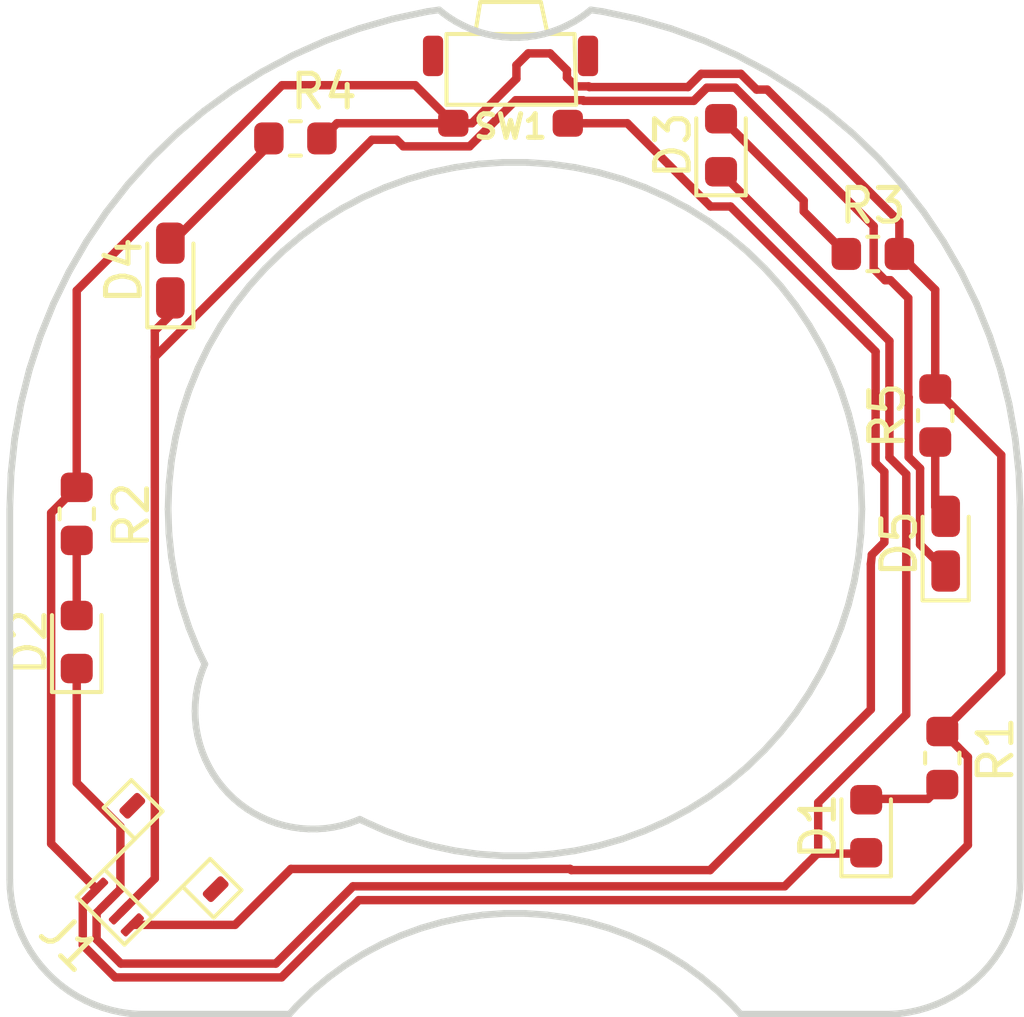
<source format=kicad_pcb>
(kicad_pcb (version 20171130) (host pcbnew 5.1.0-rc1-d1c9330~73~ubuntu16.04.1)

  (general
    (thickness 1.6)
    (drawings 253)
    (tracks 122)
    (zones 0)
    (modules 12)
    (nets 10)
  )

  (page A4)
  (layers
    (0 F.Cu signal)
    (31 B.Cu signal)
    (32 B.Adhes user)
    (33 F.Adhes user)
    (34 B.Paste user)
    (35 F.Paste user)
    (36 B.SilkS user)
    (37 F.SilkS user)
    (38 B.Mask user)
    (39 F.Mask user)
    (40 Dwgs.User user)
    (41 Cmts.User user)
    (42 Eco1.User user)
    (43 Eco2.User user)
    (44 Edge.Cuts user)
    (45 Margin user)
    (46 B.CrtYd user)
    (47 F.CrtYd user)
    (48 B.Fab user)
    (49 F.Fab user)
  )

  (setup
    (last_trace_width 0.25)
    (user_trace_width 0.16)
    (trace_clearance 0.16)
    (zone_clearance 0.508)
    (zone_45_only no)
    (trace_min 0.16)
    (via_size 0.8)
    (via_drill 0.4)
    (via_min_size 0.4)
    (via_min_drill 0.3)
    (uvia_size 0.3)
    (uvia_drill 0.1)
    (uvias_allowed no)
    (uvia_min_size 0.2)
    (uvia_min_drill 0.1)
    (edge_width 0.05)
    (segment_width 0.2)
    (pcb_text_width 0.3)
    (pcb_text_size 1.5 1.5)
    (mod_edge_width 0.12)
    (mod_text_size 1 1)
    (mod_text_width 0.15)
    (pad_size 1.524 1.524)
    (pad_drill 0.762)
    (pad_to_mask_clearance 0.051)
    (solder_mask_min_width 0.25)
    (aux_axis_origin 0 0)
    (visible_elements FFFDFF7F)
    (pcbplotparams
      (layerselection 0x010f8_ffffffff)
      (usegerberextensions true)
      (usegerberattributes false)
      (usegerberadvancedattributes false)
      (creategerberjobfile false)
      (excludeedgelayer true)
      (linewidth 0.100000)
      (plotframeref false)
      (viasonmask false)
      (mode 1)
      (useauxorigin false)
      (hpglpennumber 1)
      (hpglpenspeed 20)
      (hpglpendiameter 15.000000)
      (psnegative false)
      (psa4output false)
      (plotreference true)
      (plotvalue false)
      (plotinvisibletext false)
      (padsonsilk false)
      (subtractmaskfromsilk true)
      (outputformat 1)
      (mirror false)
      (drillshape 0)
      (scaleselection 1)
      (outputdirectory "lightboard-gerber/"))
  )

  (net 0 "")
  (net 1 "Net-(D1-Pad2)")
  (net 2 "Net-(D1-Pad1)")
  (net 3 "Net-(D2-Pad2)")
  (net 4 "Net-(D3-Pad2)")
  (net 5 "Net-(D4-Pad2)")
  (net 6 "Net-(D4-Pad1)")
  (net 7 "Net-(D5-Pad2)")
  (net 8 "Net-(J1-Pad4)")
  (net 9 "Net-(J1-Pad1)")

  (net_class Default "This is the default net class."
    (clearance 0.16)
    (trace_width 0.25)
    (via_dia 0.8)
    (via_drill 0.4)
    (uvia_dia 0.3)
    (uvia_drill 0.1)
    (add_net "Net-(D1-Pad1)")
    (add_net "Net-(D1-Pad2)")
    (add_net "Net-(D2-Pad2)")
    (add_net "Net-(D3-Pad2)")
    (add_net "Net-(D4-Pad1)")
    (add_net "Net-(D4-Pad2)")
    (add_net "Net-(D5-Pad2)")
    (add_net "Net-(J1-Pad1)")
    (add_net "Net-(J1-Pad4)")
  )

  (module LED_SMD:LED_0603_1608Metric_Castellated (layer F.Cu) (tedit 5B301BBE) (tstamp 5C66295B)
    (at 169.78 96.4825 90)
    (descr "LED SMD 0603 (1608 Metric), castellated end terminal, IPC_7351 nominal, (Body size source: http://www.tortai-tech.com/upload/download/2011102023233369053.pdf), generated with kicad-footprint-generator")
    (tags "LED castellated")
    (path /5C7130A1)
    (attr smd)
    (fp_text reference D5 (at 0 -1.38 90) (layer F.SilkS)
      (effects (font (size 1 1) (thickness 0.15)))
    )
    (fp_text value LED_ALT (at 0 1.38 90) (layer F.Fab)
      (effects (font (size 1 1) (thickness 0.15)))
    )
    (fp_text user %R (at 0 0 90) (layer F.Fab)
      (effects (font (size 0.4 0.4) (thickness 0.06)))
    )
    (fp_line (start 1.68 0.68) (end -1.68 0.68) (layer F.CrtYd) (width 0.05))
    (fp_line (start 1.68 -0.68) (end 1.68 0.68) (layer F.CrtYd) (width 0.05))
    (fp_line (start -1.68 -0.68) (end 1.68 -0.68) (layer F.CrtYd) (width 0.05))
    (fp_line (start -1.68 0.68) (end -1.68 -0.68) (layer F.CrtYd) (width 0.05))
    (fp_line (start -1.685 0.685) (end 0.8 0.685) (layer F.SilkS) (width 0.12))
    (fp_line (start -1.685 -0.685) (end -1.685 0.685) (layer F.SilkS) (width 0.12))
    (fp_line (start 0.8 -0.685) (end -1.685 -0.685) (layer F.SilkS) (width 0.12))
    (fp_line (start 0.8 0.4) (end 0.8 -0.4) (layer F.Fab) (width 0.1))
    (fp_line (start -0.8 0.4) (end 0.8 0.4) (layer F.Fab) (width 0.1))
    (fp_line (start -0.8 -0.1) (end -0.8 0.4) (layer F.Fab) (width 0.1))
    (fp_line (start -0.5 -0.4) (end -0.8 -0.1) (layer F.Fab) (width 0.1))
    (fp_line (start 0.8 -0.4) (end -0.5 -0.4) (layer F.Fab) (width 0.1))
    (pad 2 smd roundrect (at 0.8125 0 90) (size 1.225 0.85) (layers F.Cu F.Paste F.Mask) (roundrect_rratio 0.25)
      (net 7 "Net-(D5-Pad2)"))
    (pad 1 smd roundrect (at -0.8125 0 90) (size 1.225 0.85) (layers F.Cu F.Paste F.Mask) (roundrect_rratio 0.25)
      (net 6 "Net-(D4-Pad1)"))
    (model ${KISYS3DMOD}/LED_SMD.3dshapes/LED_0603_1608Metric_Castellated.wrl
      (at (xyz 0 0 0))
      (scale (xyz 1 1 1))
      (rotate (xyz 0 0 0))
    )
  )

  (module LED_SMD:LED_0603_1608Metric_Castellated (layer F.Cu) (tedit 5B301BBE) (tstamp 5C66365C)
    (at 146.76 88.3725 90)
    (descr "LED SMD 0603 (1608 Metric), castellated end terminal, IPC_7351 nominal, (Body size source: http://www.tortai-tech.com/upload/download/2011102023233369053.pdf), generated with kicad-footprint-generator")
    (tags "LED castellated")
    (path /5C712E6D)
    (attr smd)
    (fp_text reference D4 (at 0 -1.38 90) (layer F.SilkS)
      (effects (font (size 1 1) (thickness 0.15)))
    )
    (fp_text value LED_ALT (at 0 1.38 90) (layer F.Fab)
      (effects (font (size 1 1) (thickness 0.15)))
    )
    (fp_text user %R (at 0 0 90) (layer F.Fab)
      (effects (font (size 0.4 0.4) (thickness 0.06)))
    )
    (fp_line (start 1.68 0.68) (end -1.68 0.68) (layer F.CrtYd) (width 0.05))
    (fp_line (start 1.68 -0.68) (end 1.68 0.68) (layer F.CrtYd) (width 0.05))
    (fp_line (start -1.68 -0.68) (end 1.68 -0.68) (layer F.CrtYd) (width 0.05))
    (fp_line (start -1.68 0.68) (end -1.68 -0.68) (layer F.CrtYd) (width 0.05))
    (fp_line (start -1.685 0.685) (end 0.8 0.685) (layer F.SilkS) (width 0.12))
    (fp_line (start -1.685 -0.685) (end -1.685 0.685) (layer F.SilkS) (width 0.12))
    (fp_line (start 0.8 -0.685) (end -1.685 -0.685) (layer F.SilkS) (width 0.12))
    (fp_line (start 0.8 0.4) (end 0.8 -0.4) (layer F.Fab) (width 0.1))
    (fp_line (start -0.8 0.4) (end 0.8 0.4) (layer F.Fab) (width 0.1))
    (fp_line (start -0.8 -0.1) (end -0.8 0.4) (layer F.Fab) (width 0.1))
    (fp_line (start -0.5 -0.4) (end -0.8 -0.1) (layer F.Fab) (width 0.1))
    (fp_line (start 0.8 -0.4) (end -0.5 -0.4) (layer F.Fab) (width 0.1))
    (pad 2 smd roundrect (at 0.8125 0 90) (size 1.225 0.85) (layers F.Cu F.Paste F.Mask) (roundrect_rratio 0.25)
      (net 5 "Net-(D4-Pad2)"))
    (pad 1 smd roundrect (at -0.8125 0 90) (size 1.225 0.85) (layers F.Cu F.Paste F.Mask) (roundrect_rratio 0.25)
      (net 6 "Net-(D4-Pad1)"))
    (model ${KISYS3DMOD}/LED_SMD.3dshapes/LED_0603_1608Metric_Castellated.wrl
      (at (xyz 0 0 0))
      (scale (xyz 1 1 1))
      (rotate (xyz 0 0 0))
    )
  )

  (module LED_SMD:LED_0603_1608Metric (layer F.Cu) (tedit 5B301BBE) (tstamp 5C663963)
    (at 163.11 84.6525 90)
    (descr "LED SMD 0603 (1608 Metric), square (rectangular) end terminal, IPC_7351 nominal, (Body size source: http://www.tortai-tech.com/upload/download/2011102023233369053.pdf), generated with kicad-footprint-generator")
    (tags diode)
    (path /5C712AC9)
    (attr smd)
    (fp_text reference D3 (at 0 -1.43 90) (layer F.SilkS)
      (effects (font (size 1 1) (thickness 0.15)))
    )
    (fp_text value LED (at 0 1.43 90) (layer F.Fab)
      (effects (font (size 1 1) (thickness 0.15)))
    )
    (fp_text user %R (at 0 0 90) (layer F.Fab)
      (effects (font (size 0.4 0.4) (thickness 0.06)))
    )
    (fp_line (start 1.48 0.73) (end -1.48 0.73) (layer F.CrtYd) (width 0.05))
    (fp_line (start 1.48 -0.73) (end 1.48 0.73) (layer F.CrtYd) (width 0.05))
    (fp_line (start -1.48 -0.73) (end 1.48 -0.73) (layer F.CrtYd) (width 0.05))
    (fp_line (start -1.48 0.73) (end -1.48 -0.73) (layer F.CrtYd) (width 0.05))
    (fp_line (start -1.485 0.735) (end 0.8 0.735) (layer F.SilkS) (width 0.12))
    (fp_line (start -1.485 -0.735) (end -1.485 0.735) (layer F.SilkS) (width 0.12))
    (fp_line (start 0.8 -0.735) (end -1.485 -0.735) (layer F.SilkS) (width 0.12))
    (fp_line (start 0.8 0.4) (end 0.8 -0.4) (layer F.Fab) (width 0.1))
    (fp_line (start -0.8 0.4) (end 0.8 0.4) (layer F.Fab) (width 0.1))
    (fp_line (start -0.8 -0.1) (end -0.8 0.4) (layer F.Fab) (width 0.1))
    (fp_line (start -0.5 -0.4) (end -0.8 -0.1) (layer F.Fab) (width 0.1))
    (fp_line (start 0.8 -0.4) (end -0.5 -0.4) (layer F.Fab) (width 0.1))
    (pad 2 smd roundrect (at 0.7875 0 90) (size 0.875 0.95) (layers F.Cu F.Paste F.Mask) (roundrect_rratio 0.25)
      (net 4 "Net-(D3-Pad2)"))
    (pad 1 smd roundrect (at -0.7875 0 90) (size 0.875 0.95) (layers F.Cu F.Paste F.Mask) (roundrect_rratio 0.25)
      (net 2 "Net-(D1-Pad1)"))
    (model ${KISYS3DMOD}/LED_SMD.3dshapes/LED_0603_1608Metric.wrl
      (at (xyz 0 0 0))
      (scale (xyz 1 1 1))
      (rotate (xyz 0 0 0))
    )
  )

  (module LED_SMD:LED_0603_1608Metric (layer F.Cu) (tedit 5B301BBE) (tstamp 5C662E5B)
    (at 143.98 99.4025 90)
    (descr "LED SMD 0603 (1608 Metric), square (rectangular) end terminal, IPC_7351 nominal, (Body size source: http://www.tortai-tech.com/upload/download/2011102023233369053.pdf), generated with kicad-footprint-generator")
    (tags diode)
    (path /5C71260D)
    (attr smd)
    (fp_text reference D2 (at 0 -1.43 90) (layer F.SilkS)
      (effects (font (size 1 1) (thickness 0.15)))
    )
    (fp_text value LED (at 0 1.43 90) (layer F.Fab)
      (effects (font (size 1 1) (thickness 0.15)))
    )
    (fp_text user %R (at 0 0 90) (layer F.Fab)
      (effects (font (size 0.4 0.4) (thickness 0.06)))
    )
    (fp_line (start 1.48 0.73) (end -1.48 0.73) (layer F.CrtYd) (width 0.05))
    (fp_line (start 1.48 -0.73) (end 1.48 0.73) (layer F.CrtYd) (width 0.05))
    (fp_line (start -1.48 -0.73) (end 1.48 -0.73) (layer F.CrtYd) (width 0.05))
    (fp_line (start -1.48 0.73) (end -1.48 -0.73) (layer F.CrtYd) (width 0.05))
    (fp_line (start -1.485 0.735) (end 0.8 0.735) (layer F.SilkS) (width 0.12))
    (fp_line (start -1.485 -0.735) (end -1.485 0.735) (layer F.SilkS) (width 0.12))
    (fp_line (start 0.8 -0.735) (end -1.485 -0.735) (layer F.SilkS) (width 0.12))
    (fp_line (start 0.8 0.4) (end 0.8 -0.4) (layer F.Fab) (width 0.1))
    (fp_line (start -0.8 0.4) (end 0.8 0.4) (layer F.Fab) (width 0.1))
    (fp_line (start -0.8 -0.1) (end -0.8 0.4) (layer F.Fab) (width 0.1))
    (fp_line (start -0.5 -0.4) (end -0.8 -0.1) (layer F.Fab) (width 0.1))
    (fp_line (start 0.8 -0.4) (end -0.5 -0.4) (layer F.Fab) (width 0.1))
    (pad 2 smd roundrect (at 0.7875 0 90) (size 0.875 0.95) (layers F.Cu F.Paste F.Mask) (roundrect_rratio 0.25)
      (net 3 "Net-(D2-Pad2)"))
    (pad 1 smd roundrect (at -0.7875 0 90) (size 0.875 0.95) (layers F.Cu F.Paste F.Mask) (roundrect_rratio 0.25)
      (net 2 "Net-(D1-Pad1)"))
    (model ${KISYS3DMOD}/LED_SMD.3dshapes/LED_0603_1608Metric.wrl
      (at (xyz 0 0 0))
      (scale (xyz 1 1 1))
      (rotate (xyz 0 0 0))
    )
  )

  (module LED_SMD:LED_0603_1608Metric (layer F.Cu) (tedit 5B301BBE) (tstamp 5C662DBF)
    (at 167.42 104.8725 90)
    (descr "LED SMD 0603 (1608 Metric), square (rectangular) end terminal, IPC_7351 nominal, (Body size source: http://www.tortai-tech.com/upload/download/2011102023233369053.pdf), generated with kicad-footprint-generator")
    (tags diode)
    (path /5C712069)
    (attr smd)
    (fp_text reference D1 (at 0 -1.43 90) (layer F.SilkS)
      (effects (font (size 1 1) (thickness 0.15)))
    )
    (fp_text value LED (at 0 1.43 90) (layer F.Fab)
      (effects (font (size 1 1) (thickness 0.15)))
    )
    (fp_text user %R (at 0 0 90) (layer F.Fab)
      (effects (font (size 0.4 0.4) (thickness 0.06)))
    )
    (fp_line (start 1.48 0.73) (end -1.48 0.73) (layer F.CrtYd) (width 0.05))
    (fp_line (start 1.48 -0.73) (end 1.48 0.73) (layer F.CrtYd) (width 0.05))
    (fp_line (start -1.48 -0.73) (end 1.48 -0.73) (layer F.CrtYd) (width 0.05))
    (fp_line (start -1.48 0.73) (end -1.48 -0.73) (layer F.CrtYd) (width 0.05))
    (fp_line (start -1.485 0.735) (end 0.8 0.735) (layer F.SilkS) (width 0.12))
    (fp_line (start -1.485 -0.735) (end -1.485 0.735) (layer F.SilkS) (width 0.12))
    (fp_line (start 0.8 -0.735) (end -1.485 -0.735) (layer F.SilkS) (width 0.12))
    (fp_line (start 0.8 0.4) (end 0.8 -0.4) (layer F.Fab) (width 0.1))
    (fp_line (start -0.8 0.4) (end 0.8 0.4) (layer F.Fab) (width 0.1))
    (fp_line (start -0.8 -0.1) (end -0.8 0.4) (layer F.Fab) (width 0.1))
    (fp_line (start -0.5 -0.4) (end -0.8 -0.1) (layer F.Fab) (width 0.1))
    (fp_line (start 0.8 -0.4) (end -0.5 -0.4) (layer F.Fab) (width 0.1))
    (pad 2 smd roundrect (at 0.7875 0 90) (size 0.875 0.95) (layers F.Cu F.Paste F.Mask) (roundrect_rratio 0.25)
      (net 1 "Net-(D1-Pad2)"))
    (pad 1 smd roundrect (at -0.7875 0 90) (size 0.875 0.95) (layers F.Cu F.Paste F.Mask) (roundrect_rratio 0.25)
      (net 2 "Net-(D1-Pad1)"))
    (model ${KISYS3DMOD}/LED_SMD.3dshapes/LED_0603_1608Metric.wrl
      (at (xyz 0 0 0))
      (scale (xyz 1 1 1))
      (rotate (xyz 0 0 0))
    )
  )

  (module corelib:1TS003B-1600-3500A (layer F.Cu) (tedit 5C65DD95) (tstamp 5C6629DC)
    (at 156.86 82.6)
    (path /5C7149ED)
    (fp_text reference SW1 (at 0 1.5) (layer F.SilkS)
      (effects (font (size 0.7 0.7) (thickness 0.15)))
    )
    (fp_text value SW_Push (at 0.2 3.8) (layer F.Fab) hide
      (effects (font (size 1 1) (thickness 0.15)))
    )
    (fp_line (start -0.9 -2.2) (end -1.05 -1.25) (layer F.SilkS) (width 0.12))
    (fp_line (start 0 -2.2) (end -0.9 -2.2) (layer F.SilkS) (width 0.12))
    (fp_line (start 0.9 -2.2) (end 1.1 -1.25) (layer F.SilkS) (width 0.12))
    (fp_line (start 0 -2.2) (end 0.9 -2.2) (layer F.SilkS) (width 0.12))
    (fp_line (start 1.95 0.85) (end -1.9 0.85) (layer F.SilkS) (width 0.12))
    (fp_line (start 1.9 -1.25) (end 1.95 0.85) (layer F.SilkS) (width 0.12))
    (fp_line (start -1.9 -1.25) (end 1.9 -1.25) (layer F.SilkS) (width 0.12))
    (fp_line (start -1.9 0.85) (end -1.9 -1.25) (layer F.SilkS) (width 0.12))
    (pad 2 smd roundrect (at 1.7 1.4) (size 0.9 0.8) (layers F.Cu F.Paste F.Mask) (roundrect_rratio 0.25)
      (net 9 "Net-(J1-Pad1)"))
    (pad 1 smd roundrect (at -1.7 1.4) (size 0.9 0.8) (layers F.Cu F.Paste F.Mask) (roundrect_rratio 0.25)
      (net 8 "Net-(J1-Pad4)"))
    (pad "" smd roundrect (at 2.3 -0.6) (size 0.6 1.2) (layers F.Cu F.Paste F.Mask) (roundrect_rratio 0.25))
    (pad "" smd roundrect (at -2.3 -0.6) (size 0.6 1.2) (layers F.Cu F.Paste F.Mask) (roundrect_rratio 0.25))
    (pad "" np_thru_hole circle (at 0.85 0) (size 0.7 0.7) (drill 0.7) (layers *.Cu *.Mask))
    (pad "" np_thru_hole circle (at -0.85 0) (size 0.7 0.7) (drill 0.7) (layers *.Cu *.Mask))
  )

  (module Resistor_SMD:R_0603_1608Metric (layer F.Cu) (tedit 5B301BBD) (tstamp 5C6629CA)
    (at 169.47 92.6775 90)
    (descr "Resistor SMD 0603 (1608 Metric), square (rectangular) end terminal, IPC_7351 nominal, (Body size source: http://www.tortai-tech.com/upload/download/2011102023233369053.pdf), generated with kicad-footprint-generator")
    (tags resistor)
    (path /5C713D89)
    (attr smd)
    (fp_text reference R5 (at 0 -1.43 90) (layer F.SilkS)
      (effects (font (size 1 1) (thickness 0.15)))
    )
    (fp_text value 180R (at 0 1.43 90) (layer F.Fab)
      (effects (font (size 1 1) (thickness 0.15)))
    )
    (fp_text user %R (at 0 0 90) (layer F.Fab)
      (effects (font (size 0.4 0.4) (thickness 0.06)))
    )
    (fp_line (start 1.48 0.73) (end -1.48 0.73) (layer F.CrtYd) (width 0.05))
    (fp_line (start 1.48 -0.73) (end 1.48 0.73) (layer F.CrtYd) (width 0.05))
    (fp_line (start -1.48 -0.73) (end 1.48 -0.73) (layer F.CrtYd) (width 0.05))
    (fp_line (start -1.48 0.73) (end -1.48 -0.73) (layer F.CrtYd) (width 0.05))
    (fp_line (start -0.162779 0.51) (end 0.162779 0.51) (layer F.SilkS) (width 0.12))
    (fp_line (start -0.162779 -0.51) (end 0.162779 -0.51) (layer F.SilkS) (width 0.12))
    (fp_line (start 0.8 0.4) (end -0.8 0.4) (layer F.Fab) (width 0.1))
    (fp_line (start 0.8 -0.4) (end 0.8 0.4) (layer F.Fab) (width 0.1))
    (fp_line (start -0.8 -0.4) (end 0.8 -0.4) (layer F.Fab) (width 0.1))
    (fp_line (start -0.8 0.4) (end -0.8 -0.4) (layer F.Fab) (width 0.1))
    (pad 2 smd roundrect (at 0.7875 0 90) (size 0.875 0.95) (layers F.Cu F.Paste F.Mask) (roundrect_rratio 0.25)
      (net 8 "Net-(J1-Pad4)"))
    (pad 1 smd roundrect (at -0.7875 0 90) (size 0.875 0.95) (layers F.Cu F.Paste F.Mask) (roundrect_rratio 0.25)
      (net 7 "Net-(D5-Pad2)"))
    (model ${KISYS3DMOD}/Resistor_SMD.3dshapes/R_0603_1608Metric.wrl
      (at (xyz 0 0 0))
      (scale (xyz 1 1 1))
      (rotate (xyz 0 0 0))
    )
  )

  (module Resistor_SMD:R_0603_1608Metric (layer F.Cu) (tedit 5B301BBD) (tstamp 5C6629B9)
    (at 150.4725 84.45)
    (descr "Resistor SMD 0603 (1608 Metric), square (rectangular) end terminal, IPC_7351 nominal, (Body size source: http://www.tortai-tech.com/upload/download/2011102023233369053.pdf), generated with kicad-footprint-generator")
    (tags resistor)
    (path /5C713B5B)
    (attr smd)
    (fp_text reference R4 (at 0.8475 -1.39) (layer F.SilkS)
      (effects (font (size 1 1) (thickness 0.15)))
    )
    (fp_text value 180R (at 0 1.43) (layer F.Fab)
      (effects (font (size 1 1) (thickness 0.15)))
    )
    (fp_text user %R (at 0 0) (layer F.Fab)
      (effects (font (size 0.4 0.4) (thickness 0.06)))
    )
    (fp_line (start 1.48 0.73) (end -1.48 0.73) (layer F.CrtYd) (width 0.05))
    (fp_line (start 1.48 -0.73) (end 1.48 0.73) (layer F.CrtYd) (width 0.05))
    (fp_line (start -1.48 -0.73) (end 1.48 -0.73) (layer F.CrtYd) (width 0.05))
    (fp_line (start -1.48 0.73) (end -1.48 -0.73) (layer F.CrtYd) (width 0.05))
    (fp_line (start -0.162779 0.51) (end 0.162779 0.51) (layer F.SilkS) (width 0.12))
    (fp_line (start -0.162779 -0.51) (end 0.162779 -0.51) (layer F.SilkS) (width 0.12))
    (fp_line (start 0.8 0.4) (end -0.8 0.4) (layer F.Fab) (width 0.1))
    (fp_line (start 0.8 -0.4) (end 0.8 0.4) (layer F.Fab) (width 0.1))
    (fp_line (start -0.8 -0.4) (end 0.8 -0.4) (layer F.Fab) (width 0.1))
    (fp_line (start -0.8 0.4) (end -0.8 -0.4) (layer F.Fab) (width 0.1))
    (pad 2 smd roundrect (at 0.7875 0) (size 0.875 0.95) (layers F.Cu F.Paste F.Mask) (roundrect_rratio 0.25)
      (net 8 "Net-(J1-Pad4)"))
    (pad 1 smd roundrect (at -0.7875 0) (size 0.875 0.95) (layers F.Cu F.Paste F.Mask) (roundrect_rratio 0.25)
      (net 5 "Net-(D4-Pad2)"))
    (model ${KISYS3DMOD}/Resistor_SMD.3dshapes/R_0603_1608Metric.wrl
      (at (xyz 0 0 0))
      (scale (xyz 1 1 1))
      (rotate (xyz 0 0 0))
    )
  )

  (module Resistor_SMD:R_0603_1608Metric (layer F.Cu) (tedit 5B301BBD) (tstamp 5C662FB9)
    (at 167.6175 87.88)
    (descr "Resistor SMD 0603 (1608 Metric), square (rectangular) end terminal, IPC_7351 nominal, (Body size source: http://www.tortai-tech.com/upload/download/2011102023233369053.pdf), generated with kicad-footprint-generator")
    (tags resistor)
    (path /5C713911)
    (attr smd)
    (fp_text reference R3 (at 0 -1.43) (layer F.SilkS)
      (effects (font (size 1 1) (thickness 0.15)))
    )
    (fp_text value 180R (at 0 1.43) (layer F.Fab)
      (effects (font (size 1 1) (thickness 0.15)))
    )
    (fp_text user %R (at 0 0) (layer F.Fab)
      (effects (font (size 0.4 0.4) (thickness 0.06)))
    )
    (fp_line (start 1.48 0.73) (end -1.48 0.73) (layer F.CrtYd) (width 0.05))
    (fp_line (start 1.48 -0.73) (end 1.48 0.73) (layer F.CrtYd) (width 0.05))
    (fp_line (start -1.48 -0.73) (end 1.48 -0.73) (layer F.CrtYd) (width 0.05))
    (fp_line (start -1.48 0.73) (end -1.48 -0.73) (layer F.CrtYd) (width 0.05))
    (fp_line (start -0.162779 0.51) (end 0.162779 0.51) (layer F.SilkS) (width 0.12))
    (fp_line (start -0.162779 -0.51) (end 0.162779 -0.51) (layer F.SilkS) (width 0.12))
    (fp_line (start 0.8 0.4) (end -0.8 0.4) (layer F.Fab) (width 0.1))
    (fp_line (start 0.8 -0.4) (end 0.8 0.4) (layer F.Fab) (width 0.1))
    (fp_line (start -0.8 -0.4) (end 0.8 -0.4) (layer F.Fab) (width 0.1))
    (fp_line (start -0.8 0.4) (end -0.8 -0.4) (layer F.Fab) (width 0.1))
    (pad 2 smd roundrect (at 0.7875 0) (size 0.875 0.95) (layers F.Cu F.Paste F.Mask) (roundrect_rratio 0.25)
      (net 8 "Net-(J1-Pad4)"))
    (pad 1 smd roundrect (at -0.7875 0) (size 0.875 0.95) (layers F.Cu F.Paste F.Mask) (roundrect_rratio 0.25)
      (net 4 "Net-(D3-Pad2)"))
    (model ${KISYS3DMOD}/Resistor_SMD.3dshapes/R_0603_1608Metric.wrl
      (at (xyz 0 0 0))
      (scale (xyz 1 1 1))
      (rotate (xyz 0 0 0))
    )
  )

  (module Resistor_SMD:R_0603_1608Metric (layer F.Cu) (tedit 5B301BBD) (tstamp 5C662997)
    (at 143.98 95.5975 90)
    (descr "Resistor SMD 0603 (1608 Metric), square (rectangular) end terminal, IPC_7351 nominal, (Body size source: http://www.tortai-tech.com/upload/download/2011102023233369053.pdf), generated with kicad-footprint-generator")
    (tags resistor)
    (path /5C71372D)
    (attr smd)
    (fp_text reference R2 (at -0.0425 1.62 90) (layer F.SilkS)
      (effects (font (size 1 1) (thickness 0.15)))
    )
    (fp_text value 180R (at 0 1.43 90) (layer F.Fab)
      (effects (font (size 1 1) (thickness 0.15)))
    )
    (fp_text user %R (at 0 0 90) (layer F.Fab)
      (effects (font (size 0.4 0.4) (thickness 0.06)))
    )
    (fp_line (start 1.48 0.73) (end -1.48 0.73) (layer F.CrtYd) (width 0.05))
    (fp_line (start 1.48 -0.73) (end 1.48 0.73) (layer F.CrtYd) (width 0.05))
    (fp_line (start -1.48 -0.73) (end 1.48 -0.73) (layer F.CrtYd) (width 0.05))
    (fp_line (start -1.48 0.73) (end -1.48 -0.73) (layer F.CrtYd) (width 0.05))
    (fp_line (start -0.162779 0.51) (end 0.162779 0.51) (layer F.SilkS) (width 0.12))
    (fp_line (start -0.162779 -0.51) (end 0.162779 -0.51) (layer F.SilkS) (width 0.12))
    (fp_line (start 0.8 0.4) (end -0.8 0.4) (layer F.Fab) (width 0.1))
    (fp_line (start 0.8 -0.4) (end 0.8 0.4) (layer F.Fab) (width 0.1))
    (fp_line (start -0.8 -0.4) (end 0.8 -0.4) (layer F.Fab) (width 0.1))
    (fp_line (start -0.8 0.4) (end -0.8 -0.4) (layer F.Fab) (width 0.1))
    (pad 2 smd roundrect (at 0.7875 0 90) (size 0.875 0.95) (layers F.Cu F.Paste F.Mask) (roundrect_rratio 0.25)
      (net 8 "Net-(J1-Pad4)"))
    (pad 1 smd roundrect (at -0.7875 0 90) (size 0.875 0.95) (layers F.Cu F.Paste F.Mask) (roundrect_rratio 0.25)
      (net 3 "Net-(D2-Pad2)"))
    (model ${KISYS3DMOD}/Resistor_SMD.3dshapes/R_0603_1608Metric.wrl
      (at (xyz 0 0 0))
      (scale (xyz 1 1 1))
      (rotate (xyz 0 0 0))
    )
  )

  (module Resistor_SMD:R_0603_1608Metric (layer F.Cu) (tedit 5B301BBD) (tstamp 5C662986)
    (at 169.68 102.8475 90)
    (descr "Resistor SMD 0603 (1608 Metric), square (rectangular) end terminal, IPC_7351 nominal, (Body size source: http://www.tortai-tech.com/upload/download/2011102023233369053.pdf), generated with kicad-footprint-generator")
    (tags resistor)
    (path /5C713472)
    (attr smd)
    (fp_text reference R1 (at 0.2475 1.58 90) (layer F.SilkS)
      (effects (font (size 1 1) (thickness 0.15)))
    )
    (fp_text value 180R (at 0 1.43 90) (layer F.Fab)
      (effects (font (size 1 1) (thickness 0.15)))
    )
    (fp_text user %R (at 0 0 90) (layer F.Fab)
      (effects (font (size 0.4 0.4) (thickness 0.06)))
    )
    (fp_line (start 1.48 0.73) (end -1.48 0.73) (layer F.CrtYd) (width 0.05))
    (fp_line (start 1.48 -0.73) (end 1.48 0.73) (layer F.CrtYd) (width 0.05))
    (fp_line (start -1.48 -0.73) (end 1.48 -0.73) (layer F.CrtYd) (width 0.05))
    (fp_line (start -1.48 0.73) (end -1.48 -0.73) (layer F.CrtYd) (width 0.05))
    (fp_line (start -0.162779 0.51) (end 0.162779 0.51) (layer F.SilkS) (width 0.12))
    (fp_line (start -0.162779 -0.51) (end 0.162779 -0.51) (layer F.SilkS) (width 0.12))
    (fp_line (start 0.8 0.4) (end -0.8 0.4) (layer F.Fab) (width 0.1))
    (fp_line (start 0.8 -0.4) (end 0.8 0.4) (layer F.Fab) (width 0.1))
    (fp_line (start -0.8 -0.4) (end 0.8 -0.4) (layer F.Fab) (width 0.1))
    (fp_line (start -0.8 0.4) (end -0.8 -0.4) (layer F.Fab) (width 0.1))
    (pad 2 smd roundrect (at 0.7875 0 90) (size 0.875 0.95) (layers F.Cu F.Paste F.Mask) (roundrect_rratio 0.25)
      (net 8 "Net-(J1-Pad4)"))
    (pad 1 smd roundrect (at -0.7875 0 90) (size 0.875 0.95) (layers F.Cu F.Paste F.Mask) (roundrect_rratio 0.25)
      (net 1 "Net-(D1-Pad2)"))
    (model ${KISYS3DMOD}/Resistor_SMD.3dshapes/R_0603_1608Metric.wrl
      (at (xyz 0 0 0))
      (scale (xyz 1 1 1))
      (rotate (xyz 0 0 0))
    )
  )

  (module corelib:FPC_4_0.5-THD0509-04CL-GF (layer F.Cu) (tedit 5C648FE2) (tstamp 5C662D31)
    (at 145.1 107.27 135)
    (path /5C715B1A)
    (attr smd)
    (fp_text reference J1 (at 0.2 -1.7 135) (layer F.SilkS)
      (effects (font (size 1 1) (thickness 0.15)))
    )
    (fp_text value Conn_01x04 (at -0.1 4.4 135) (layer F.Fab)
      (effects (font (size 1 1) (thickness 0.15)))
    )
    (fp_line (start -2.55 -0.8) (end -2.55 3.25) (layer F.CrtYd) (width 0.05))
    (fp_line (start -2.55 3.25) (end 2.55 3.25) (layer F.CrtYd) (width 0.05))
    (fp_line (start 2.55 -0.8) (end 2.55 3.25) (layer F.CrtYd) (width 0.05))
    (fp_line (start -2.55 -0.8) (end 2.55 -0.8) (layer F.CrtYd) (width 0.05))
    (fp_line (start 1 1.86) (end 1 -0.58) (layer F.SilkS) (width 0.12))
    (fp_line (start -1 1.86) (end -1 -0.58) (layer F.SilkS) (width 0.12))
    (fp_line (start 2.31 1.86) (end 1 1.86) (layer F.SilkS) (width 0.12))
    (fp_line (start -2.31 1.86) (end -1 1.86) (layer F.SilkS) (width 0.12))
    (fp_line (start 2.31 3.02) (end 2.31 1.86) (layer F.SilkS) (width 0.12))
    (fp_line (start -2.31 3.02) (end -2.31 1.86) (layer F.SilkS) (width 0.12))
    (fp_line (start 1 3.02) (end 2.31 3.02) (layer F.SilkS) (width 0.12))
    (fp_line (start -1 3.02) (end -2.31 3.02) (layer F.SilkS) (width 0.12))
    (fp_line (start 1 0.58) (end 1 3.02) (layer F.SilkS) (width 0.12))
    (fp_line (start -1 0.58) (end -1 3.02) (layer F.SilkS) (width 0.12))
    (fp_line (start -1 0.58) (end 1 0.58) (layer F.SilkS) (width 0.12))
    (fp_line (start -1 -0.58) (end 1 -0.58) (layer F.SilkS) (width 0.12))
    (pad 0 smd roundrect (at 1.75 2.5 135) (size 0.4 0.8) (layers F.Cu F.Paste F.Mask) (roundrect_rratio 0.25))
    (pad 0 smd roundrect (at -1.75 2.5 135) (size 0.4 0.8) (layers F.Cu F.Paste F.Mask) (roundrect_rratio 0.25))
    (pad 4 smd roundrect (at 0.75 0 135) (size 0.25 0.8) (layers F.Cu F.Paste F.Mask) (roundrect_rratio 0.25)
      (net 8 "Net-(J1-Pad4)"))
    (pad 3 smd roundrect (at 0.25 0 135) (size 0.25 0.8) (layers F.Cu F.Paste F.Mask) (roundrect_rratio 0.25)
      (net 2 "Net-(D1-Pad1)"))
    (pad 2 smd roundrect (at -0.25 0 135) (size 0.25 0.8) (layers F.Cu F.Paste F.Mask) (roundrect_rratio 0.25)
      (net 6 "Net-(D4-Pad1)"))
    (pad 1 smd roundrect (at -0.75 0 135) (size 0.25 0.8) (layers F.Cu F.Paste F.Mask) (roundrect_rratio 0.25)
      (net 9 "Net-(J1-Pad1)"))
  )

  (gr_line (start 143.992121 109.9197) (end 143.755321 109.7717) (layer Edge.Cuts) (width 0.2))
  (gr_line (start 162.533061 109.3635) (end 162.024851 108.9943) (layer Edge.Cuts) (width 0.2))
  (gr_line (start 163.567681 81.9737) (end 164.492121 82.4652) (layer Edge.Cuts) (width 0.2))
  (gr_line (start 157.306208 107.4611) (end 156.678034 107.4611) (layer Edge.Cuts) (width 0.2))
  (gr_line (start 163.884161 87.80121) (end 163.333431 87.3391) (layer Edge.Cuts) (width 0.2))
  (gr_line (start 164.401311 88.30063) (end 163.884161 87.80121) (layer Edge.Cuts) (width 0.2))
  (gr_line (start 164.882361 88.83489) (end 164.401311 88.30063) (layer Edge.Cuts) (width 0.2))
  (gr_line (start 165.324991 89.40142) (end 164.882361 88.83489) (layer Edge.Cuts) (width 0.2))
  (gr_line (start 165.727011 89.99744) (end 165.324991 89.40142) (layer Edge.Cuts) (width 0.2))
  (gr_line (start 145.852521 110.4532) (end 145.574021 110.4337) (layer Edge.Cuts) (width 0.2))
  (gr_line (start 147.627711 100.49086) (end 147.568611 100.72791) (layer Edge.Cuts) (width 0.2))
  (gr_line (start 147.703211 100.25852) (end 147.627711 100.49086) (layer Edge.Cuts) (width 0.2))
  (gr_line (start 147.784141 100.05818) (end 147.703211 100.25852) (layer Edge.Cuts) (width 0.2))
  (gr_line (start 147.582601 99.64498) (end 147.784141 100.05818) (layer Edge.Cuts) (width 0.2))
  (gr_line (start 147.313291 98.9784) (end 147.582601 99.64498) (layer Edge.Cuts) (width 0.2))
  (gr_line (start 166.227031 83.6354) (end 167.029121 84.3084) (layer Edge.Cuts) (width 0.2))
  (gr_line (start 159.596841 80.6835) (end 160.620931 80.9012) (layer Edge.Cuts) (width 0.2))
  (gr_line (start 143.747921 88.41353) (end 144.271421 87.50682) (layer Edge.Cuts) (width 0.2))
  (gr_line (start 143.288921 89.35456) (end 143.747921 88.41353) (layer Edge.Cuts) (width 0.2))
  (gr_line (start 142.896721 90.32531) (end 143.288921 89.35456) (layer Edge.Cuts) (width 0.2))
  (gr_line (start 142.573221 91.32105) (end 142.896721 90.32531) (layer Edge.Cuts) (width 0.2))
  (gr_line (start 161.492121 108.6614) (end 160.937451 108.3664) (layer Edge.Cuts) (width 0.2))
  (gr_line (start 156.051371 107.5049) (end 155.429301 107.5923) (layer Edge.Cuts) (width 0.2))
  (gr_line (start 165.727011 100.91376) (end 166.086471 100.29116) (layer Edge.Cuts) (width 0.2))
  (gr_line (start 165.324991 101.50978) (end 165.727011 100.91376) (layer Edge.Cuts) (width 0.2))
  (gr_line (start 164.882361 102.07631) (end 165.324991 101.50978) (layer Edge.Cuts) (width 0.2))
  (gr_line (start 164.401311 102.61057) (end 164.882361 102.07631) (layer Edge.Cuts) (width 0.2))
  (gr_line (start 163.884161 103.10999) (end 164.401311 102.61057) (layer Edge.Cuts) (width 0.2))
  (gr_line (start 155.034951 80.8572) (end 155.242141 80.9867) (layer Edge.Cuts) (width 0.2))
  (gr_line (start 154.837321 80.7136) (end 155.034951 80.8572) (layer Edge.Cuts) (width 0.2))
  (gr_line (start 154.742001 80.6337) (end 154.837321 80.7136) (layer Edge.Cuts) (width 0.2))
  (gr_line (start 154.387401 80.6835) (end 154.742001 80.6337) (layer Edge.Cuts) (width 0.2))
  (gr_line (start 144.756021 110.2598) (end 144.493721 110.1643) (layer Edge.Cuts) (width 0.2))
  (gr_line (start 145.024421 110.3368) (end 144.756021 110.2598) (layer Edge.Cuts) (width 0.2))
  (gr_line (start 145.297521 110.3948) (end 145.024421 110.3368) (layer Edge.Cuts) (width 0.2))
  (gr_line (start 141.992121 106.4556) (end 141.992121 95.4556) (layer Edge.Cuts) (width 0.2))
  (gr_line (start 142.001921 106.7346) (end 141.992121 106.4556) (layer Edge.Cuts) (width 0.2))
  (gr_line (start 142.031021 107.0123) (end 142.001921 106.7346) (layer Edge.Cuts) (width 0.2))
  (gr_line (start 170.228921 109.7717) (end 169.992121 109.9197) (layer Edge.Cuts) (width 0.2))
  (gr_line (start 153.809261 85.65973) (end 153.133681 85.90561) (layer Edge.Cuts) (width 0.2))
  (gr_line (start 154.500331 85.46157) (end 153.809261 85.65973) (layer Edge.Cuts) (width 0.2))
  (gr_line (start 155.203551 85.3121) (end 154.500331 85.46157) (layer Edge.Cuts) (width 0.2))
  (gr_line (start 155.915491 85.212) (end 155.203551 85.3121) (layer Edge.Cuts) (width 0.2))
  (gr_line (start 159.773261 107.8961) (end 159.169411 107.7229) (layer Edge.Cuts) (width 0.2))
  (gr_line (start 170.236321 88.41353) (end 170.695321 89.35456) (layer Edge.Cuts) (width 0.2))
  (gr_line (start 154.210981 107.8961) (end 153.620681 108.1109) (layer Edge.Cuts) (width 0.2))
  (gr_line (start 169.490521 110.1643) (end 169.228221 110.2598) (layer Edge.Cuts) (width 0.2))
  (gr_line (start 156.678034 107.4611) (end 156.051371 107.5049) (layer Edge.Cuts) (width 0.2))
  (gr_line (start 142.756021 108.8067) (end 142.599921 108.5753) (layer Edge.Cuts) (width 0.2))
  (gr_line (start 142.927921 109.0267) (end 142.756021 108.8067) (layer Edge.Cuts) (width 0.2))
  (gr_line (start 143.114821 109.2342) (end 142.927921 109.0267) (layer Edge.Cuts) (width 0.2))
  (gr_line (start 150.293421 110.4532) (end 145.852521 110.4532) (layer Edge.Cuts) (width 0.2))
  (gr_line (start 167.782221 85.0357) (end 168.482821 85.8138) (layer Edge.Cuts) (width 0.2))
  (gr_line (start 149.457831 104.60137) (end 149.681011 104.70073) (layer Edge.Cuts) (width 0.2))
  (gr_line (start 149.242141 104.48668) (end 149.457831 104.60137) (layer Edge.Cuts) (width 0.2))
  (gr_line (start 149.034951 104.35723) (end 149.242141 104.48668) (layer Edge.Cuts) (width 0.2))
  (gr_line (start 148.837321 104.21363) (end 149.034951 104.35723) (layer Edge.Cuts) (width 0.2))
  (gr_line (start 148.650171 104.0566) (end 148.837321 104.21363) (layer Edge.Cuts) (width 0.2))
  (gr_line (start 171.056321 109.0267) (end 170.869421 109.2342) (layer Edge.Cuts) (width 0.2))
  (gr_line (start 171.228221 108.8067) (end 171.056321 109.0267) (layer Edge.Cuts) (width 0.2))
  (gr_line (start 171.992121 95.4556) (end 171.992121 106.4556) (layer Edge.Cuts) (width 0.2))
  (gr_line (start 160.620931 80.9012) (end 161.627371 81.1898) (layer Edge.Cuts) (width 0.2))
  (gr_line (start 156.63267 85.1619) (end 155.915491 85.212) (layer Edge.Cuts) (width 0.2))
  (gr_line (start 159.242241 80.6337) (end 159.596841 80.6835) (layer Edge.Cuts) (width 0.2))
  (gr_line (start 159.146921 80.7136) (end 159.242241 80.6337) (layer Edge.Cuts) (width 0.2))
  (gr_line (start 158.949291 80.8572) (end 159.146921 80.7136) (layer Edge.Cuts) (width 0.2))
  (gr_line (start 148.474441 103.88689) (end 148.650171 104.0566) (layer Edge.Cuts) (width 0.2))
  (gr_line (start 148.310971 103.70536) (end 148.474441 103.88689) (layer Edge.Cuts) (width 0.2))
  (gr_line (start 148.160561 103.51284) (end 148.310971 103.70536) (layer Edge.Cuts) (width 0.2))
  (gr_line (start 148.023971 103.31031) (end 148.160561 103.51284) (layer Edge.Cuts) (width 0.2))
  (gr_line (start 147.901821 103.09874) (end 148.023971 103.31031) (layer Edge.Cuts) (width 0.2))
  (gr_line (start 167.191921 94.02213) (end 167.067021 93.31412) (layer Edge.Cuts) (width 0.2))
  (gr_line (start 167.267021 94.737109) (end 167.191921 94.02213) (layer Edge.Cuts) (width 0.2))
  (gr_line (start 167.292121 95.4556) (end 167.267021 94.737109) (layer Edge.Cuts) (width 0.2))
  (gr_line (start 167.267021 96.174091) (end 167.292121 95.4556) (layer Edge.Cuts) (width 0.2))
  (gr_line (start 167.191921 96.88907) (end 167.267021 96.174091) (layer Edge.Cuts) (width 0.2))
  (gr_line (start 142.079521 107.2872) (end 142.031021 107.0123) (layer Edge.Cuts) (width 0.2))
  (gr_line (start 142.147121 107.5581) (end 142.079521 107.2872) (layer Edge.Cuts) (width 0.2))
  (gr_line (start 142.233321 107.8237) (end 142.147121 107.5581) (layer Edge.Cuts) (width 0.2))
  (gr_line (start 153.046791 108.3664) (end 152.492121 108.6614) (layer Edge.Cuts) (width 0.2))
  (gr_line (start 150.518081 110.2037) (end 150.293421 110.4532) (layer Edge.Cuts) (width 0.2))
  (gr_line (start 151.838861 104.85163) (end 152.073691 104.78429) (layer Edge.Cuts) (width 0.2))
  (gr_line (start 151.599891 104.90242) (end 151.838861 104.85163) (layer Edge.Cuts) (width 0.2))
  (gr_line (start 151.357981 104.93642) (end 151.599891 104.90242) (layer Edge.Cuts) (width 0.2))
  (gr_line (start 151.114281 104.95346) (end 151.357981 104.93642) (layer Edge.Cuts) (width 0.2))
  (gr_line (start 150.869971 104.95346) (end 151.114281 104.95346) (layer Edge.Cuts) (width 0.2))
  (gr_line (start 171.955621 94.40926) (end 171.992121 95.4556) (layer Edge.Cuts) (width 0.2))
  (gr_line (start 171.904721 107.2872) (end 171.837121 107.5581) (layer Edge.Cuts) (width 0.2))
  (gr_line (start 171.384321 108.5753) (end 171.228221 108.8067) (layer Edge.Cuts) (width 0.2))
  (gr_line (start 171.523921 108.3335) (end 171.384321 108.5753) (layer Edge.Cuts) (width 0.2))
  (gr_line (start 144.238621 110.0508) (end 143.992121 109.9197) (layer Edge.Cuts) (width 0.2))
  (gr_line (start 151.232451 86.91652) (end 150.650811 87.3391) (layer Edge.Cuts) (width 0.2))
  (gr_line (start 151.842131 86.53554) (end 151.232451 86.91652) (layer Edge.Cuts) (width 0.2))
  (gr_line (start 152.476911 86.19803) (end 151.842131 86.53554) (layer Edge.Cuts) (width 0.2))
  (gr_line (start 153.133681 85.90561) (end 152.476911 86.19803) (layer Edge.Cuts) (width 0.2))
  (gr_line (start 157.838846 81.3516) (end 158.073681 81.2843) (layer Edge.Cuts) (width 0.2))
  (gr_line (start 157.599879 81.4024) (end 157.838846 81.3516) (layer Edge.Cuts) (width 0.2))
  (gr_line (start 157.357966 81.4364) (end 157.599879 81.4024) (layer Edge.Cuts) (width 0.2))
  (gr_line (start 157.114268 81.4535) (end 157.357966 81.4364) (layer Edge.Cuts) (width 0.2))
  (gr_line (start 167.067021 97.59708) (end 167.191921 96.88907) (layer Edge.Cuts) (width 0.2))
  (gr_line (start 166.893111 98.29465) (end 167.067021 97.59708) (layer Edge.Cuts) (width 0.2))
  (gr_line (start 166.670951 98.9784) (end 166.893111 98.29465) (layer Edge.Cuts) (width 0.2))
  (gr_line (start 166.401641 99.64498) (end 166.670951 98.9784) (layer Edge.Cuts) (width 0.2))
  (gr_line (start 166.086471 100.29116) (end 166.401641 99.64498) (layer Edge.Cuts) (width 0.2))
  (gr_line (start 171.646321 108.0825) (end 171.523921 108.3335) (layer Edge.Cuts) (width 0.2))
  (gr_line (start 171.664321 92.33693) (end 171.846121 93.36801) (layer Edge.Cuts) (width 0.2))
  (gr_line (start 171.750921 107.8237) (end 171.646321 108.0825) (layer Edge.Cuts) (width 0.2))
  (gr_line (start 150.626281 104.93642) (end 150.869971 104.95346) (layer Edge.Cuts) (width 0.2))
  (gr_line (start 150.384361 104.90242) (end 150.626281 104.93642) (layer Edge.Cuts) (width 0.2))
  (gr_line (start 150.145391 104.85163) (end 150.384361 104.90242) (layer Edge.Cuts) (width 0.2))
  (gr_line (start 149.910561 104.78429) (end 150.145391 104.85163) (layer Edge.Cuts) (width 0.2))
  (gr_line (start 149.681011 104.70073) (end 149.910561 104.78429) (layer Edge.Cuts) (width 0.2))
  (gr_line (start 170.668621 109.4282) (end 170.454721 109.6076) (layer Edge.Cuts) (width 0.2))
  (gr_line (start 147.091131 98.29465) (end 147.313291 98.9784) (layer Edge.Cuts) (width 0.2))
  (gr_line (start 146.917221 97.59708) (end 147.091131 98.29465) (layer Edge.Cuts) (width 0.2))
  (gr_line (start 146.792321 96.88907) (end 146.917221 97.59708) (layer Edge.Cuts) (width 0.2))
  (gr_line (start 146.717221 96.174091) (end 146.792321 96.88907) (layer Edge.Cuts) (width 0.2))
  (gr_line (start 146.692121 95.4556) (end 146.717221 96.174091) (layer Edge.Cuts) (width 0.2))
  (gr_line (start 147.500651 101.69974) (end 147.526191 101.94269) (layer Edge.Cuts) (width 0.2))
  (gr_line (start 147.492121 101.4556) (end 147.500651 101.69974) (layer Edge.Cuts) (width 0.2))
  (gr_line (start 147.500651 101.21144) (end 147.492121 101.4556) (layer Edge.Cuts) (width 0.2))
  (gr_line (start 147.526191 100.96849) (end 147.500651 101.21144) (layer Edge.Cuts) (width 0.2))
  (gr_line (start 147.568611 100.72791) (end 147.526191 100.96849) (layer Edge.Cuts) (width 0.2))
  (gr_line (start 161.627371 81.1898) (end 162.611211 81.5479) (layer Edge.Cuts) (width 0.2))
  (gr_line (start 156.63267 105.7493) (end 157.351572 105.7493) (layer Edge.Cuts) (width 0.2))
  (gr_line (start 155.915491 105.6992) (end 156.63267 105.7493) (layer Edge.Cuts) (width 0.2))
  (gr_line (start 155.203551 105.5991) (end 155.915491 105.6992) (layer Edge.Cuts) (width 0.2))
  (gr_line (start 154.500331 105.44963) (end 155.203551 105.5991) (layer Edge.Cuts) (width 0.2))
  (gr_line (start 153.809261 105.25147) (end 154.500331 105.44963) (layer Edge.Cuts) (width 0.2))
  (gr_line (start 147.794721 102.87917) (end 147.901821 103.09874) (layer Edge.Cuts) (width 0.2))
  (gr_line (start 147.703211 102.65267) (end 147.794721 102.87917) (layer Edge.Cuts) (width 0.2))
  (gr_line (start 147.627711 102.42032) (end 147.703211 102.65267) (layer Edge.Cuts) (width 0.2))
  (gr_line (start 147.568611 102.18328) (end 147.627711 102.42032) (layer Edge.Cuts) (width 0.2))
  (gr_line (start 147.526191 101.94269) (end 147.568611 102.18328) (layer Edge.Cuts) (width 0.2))
  (gr_line (start 163.690821 110.4532) (end 163.466161 110.2037) (layer Edge.Cuts) (width 0.2))
  (gr_line (start 169.745621 110.0508) (end 169.490521 110.1643) (layer Edge.Cuts) (width 0.2))
  (gr_line (start 142.337921 108.0825) (end 142.233321 107.8237) (layer Edge.Cuts) (width 0.2))
  (gr_line (start 142.460321 108.3335) (end 142.337921 108.0825) (layer Edge.Cuts) (width 0.2))
  (gr_line (start 142.599921 108.5753) (end 142.460321 108.3335) (layer Edge.Cuts) (width 0.2))
  (gr_line (start 157.351572 85.1619) (end 156.63267 85.1619) (layer Edge.Cuts) (width 0.2))
  (gr_line (start 158.068751 85.212) (end 157.351572 85.1619) (layer Edge.Cuts) (width 0.2))
  (gr_line (start 158.780691 85.3121) (end 158.068751 85.212) (layer Edge.Cuts) (width 0.2))
  (gr_line (start 159.483911 85.46157) (end 158.780691 85.3121) (layer Edge.Cuts) (width 0.2))
  (gr_line (start 160.174981 85.65973) (end 159.483911 85.46157) (layer Edge.Cuts) (width 0.2))
  (gr_line (start 158.554941 107.5923) (end 157.932871 107.5049) (layer Edge.Cuts) (width 0.2))
  (gr_line (start 160.174981 105.25147) (end 160.850561 105.00559) (layer Edge.Cuts) (width 0.2))
  (gr_line (start 159.483911 105.44963) (end 160.174981 105.25147) (layer Edge.Cuts) (width 0.2))
  (gr_line (start 158.780691 105.5991) (end 159.483911 105.44963) (layer Edge.Cuts) (width 0.2))
  (gr_line (start 158.068751 105.6992) (end 158.780691 105.5991) (layer Edge.Cuts) (width 0.2))
  (gr_line (start 157.351572 105.7493) (end 158.068751 105.6992) (layer Edge.Cuts) (width 0.2))
  (gr_line (start 167.029121 84.3084) (end 167.782221 85.0357) (layer Edge.Cuts) (width 0.2))
  (gr_line (start 151.959391 108.9943) (end 151.451181 109.3635) (layer Edge.Cuts) (width 0.2))
  (gr_line (start 168.686721 110.3948) (end 168.410221 110.4337) (layer Edge.Cuts) (width 0.2))
  (gr_line (start 168.959821 110.3368) (end 168.686721 110.3948) (layer Edge.Cuts) (width 0.2))
  (gr_line (start 160.937451 108.3664) (end 160.363561 108.1109) (layer Edge.Cuts) (width 0.2))
  (gr_line (start 150.969951 109.7673) (end 150.518081 110.2037) (layer Edge.Cuts) (width 0.2))
  (gr_line (start 166.086471 90.62004) (end 165.727011 89.99744) (layer Edge.Cuts) (width 0.2))
  (gr_line (start 166.401641 91.26622) (end 166.086471 90.62004) (layer Edge.Cuts) (width 0.2))
  (gr_line (start 166.670951 91.9328) (end 166.401641 91.26622) (layer Edge.Cuts) (width 0.2))
  (gr_line (start 166.893111 92.61655) (end 166.670951 91.9328) (layer Edge.Cuts) (width 0.2))
  (gr_line (start 167.067021 93.31412) (end 166.893111 92.61655) (layer Edge.Cuts) (width 0.2))
  (gr_line (start 149.101881 88.83489) (end 148.659251 89.40142) (layer Edge.Cuts) (width 0.2))
  (gr_line (start 149.582931 88.30063) (end 149.101881 88.83489) (layer Edge.Cuts) (width 0.2))
  (gr_line (start 150.100081 87.80121) (end 149.582931 88.30063) (layer Edge.Cuts) (width 0.2))
  (gr_line (start 150.650811 87.3391) (end 150.100081 87.80121) (layer Edge.Cuts) (width 0.2))
  (gr_line (start 146.202021 85.0357) (end 146.955121 84.3084) (layer Edge.Cuts) (width 0.2))
  (gr_line (start 145.501421 85.8138) (end 146.202021 85.0357) (layer Edge.Cuts) (width 0.2))
  (gr_line (start 144.856821 86.63883) (end 145.501421 85.8138) (layer Edge.Cuts) (width 0.2))
  (gr_line (start 144.271421 87.50682) (end 144.856821 86.63883) (layer Edge.Cuts) (width 0.2))
  (gr_line (start 154.814831 107.7229) (end 154.210981 107.8961) (layer Edge.Cuts) (width 0.2))
  (gr_line (start 153.363311 80.9012) (end 154.387401 80.6835) (layer Edge.Cuts) (width 0.2))
  (gr_line (start 152.356871 81.1898) (end 153.363311 80.9012) (layer Edge.Cuts) (width 0.2))
  (gr_line (start 151.373031 81.5479) (end 152.356871 81.1898) (layer Edge.Cuts) (width 0.2))
  (gr_line (start 150.416561 81.9737) (end 151.373031 81.5479) (layer Edge.Cuts) (width 0.2))
  (gr_line (start 142.319921 92.33693) (end 142.573221 91.32105) (layer Edge.Cuts) (width 0.2))
  (gr_line (start 142.138121 93.36801) (end 142.319921 92.33693) (layer Edge.Cuts) (width 0.2))
  (gr_line (start 142.028621 94.40926) (end 142.138121 93.36801) (layer Edge.Cuts) (width 0.2))
  (gr_line (start 141.992121 95.4556) (end 142.028621 94.40926) (layer Edge.Cuts) (width 0.2))
  (gr_line (start 163.466161 110.2037) (end 163.014291 109.7673) (layer Edge.Cuts) (width 0.2))
  (gr_line (start 158.742121 80.9867) (end 158.949291 80.8572) (layer Edge.Cuts) (width 0.2))
  (gr_line (start 158.526411 81.1014) (end 158.742121 80.9867) (layer Edge.Cuts) (width 0.2))
  (gr_line (start 158.303231 81.2007) (end 158.526411 81.1014) (layer Edge.Cuts) (width 0.2))
  (gr_line (start 158.073681 81.2843) (end 158.303231 81.2007) (layer Edge.Cuts) (width 0.2))
  (gr_line (start 160.850561 85.90561) (end 160.174981 85.65973) (layer Edge.Cuts) (width 0.2))
  (gr_line (start 161.507331 86.19803) (end 160.850561 85.90561) (layer Edge.Cuts) (width 0.2))
  (gr_line (start 162.142111 86.53554) (end 161.507331 86.19803) (layer Edge.Cuts) (width 0.2))
  (gr_line (start 162.751791 86.91652) (end 162.142111 86.53554) (layer Edge.Cuts) (width 0.2))
  (gr_line (start 163.333431 87.3391) (end 162.751791 86.91652) (layer Edge.Cuts) (width 0.2))
  (gr_line (start 169.992121 109.9197) (end 169.745621 110.0508) (layer Edge.Cuts) (width 0.2))
  (gr_line (start 153.133681 105.00559) (end 153.809261 105.25147) (layer Edge.Cuts) (width 0.2))
  (gr_line (start 152.476911 104.71317) (end 153.133681 105.00559) (layer Edge.Cuts) (width 0.2))
  (gr_line (start 152.385031 104.66432) (end 152.476911 104.71317) (layer Edge.Cuts) (width 0.2))
  (gr_line (start 152.303251 104.70073) (end 152.385031 104.66432) (layer Edge.Cuts) (width 0.2))
  (gr_line (start 152.073691 104.78429) (end 152.303251 104.70073) (layer Edge.Cuts) (width 0.2))
  (gr_line (start 157.932871 107.5049) (end 157.306208 107.4611) (layer Edge.Cuts) (width 0.2))
  (gr_line (start 160.363561 108.1109) (end 159.773261 107.8961) (layer Edge.Cuts) (width 0.2))
  (gr_line (start 162.611211 81.5479) (end 163.567681 81.9737) (layer Edge.Cuts) (width 0.2))
  (gr_line (start 168.131721 110.4532) (end 163.690821 110.4532) (layer Edge.Cuts) (width 0.2))
  (gr_line (start 155.429301 107.5923) (end 154.814831 107.7229) (layer Edge.Cuts) (width 0.2))
  (gr_line (start 170.454721 109.6076) (end 170.228921 109.7717) (layer Edge.Cuts) (width 0.2))
  (gr_line (start 171.087521 90.32531) (end 171.411021 91.32105) (layer Edge.Cuts) (width 0.2))
  (gr_line (start 171.992121 106.4556) (end 171.982321 106.7346) (layer Edge.Cuts) (width 0.2))
  (gr_line (start 163.333431 103.5721) (end 163.884161 103.10999) (layer Edge.Cuts) (width 0.2))
  (gr_line (start 162.751791 103.99468) (end 163.333431 103.5721) (layer Edge.Cuts) (width 0.2))
  (gr_line (start 162.142111 104.37566) (end 162.751791 103.99468) (layer Edge.Cuts) (width 0.2))
  (gr_line (start 161.507331 104.71317) (end 162.142111 104.37566) (layer Edge.Cuts) (width 0.2))
  (gr_line (start 160.850561 105.00559) (end 161.507331 104.71317) (layer Edge.Cuts) (width 0.2))
  (gr_line (start 155.910561 81.2843) (end 156.145396 81.3516) (layer Edge.Cuts) (width 0.2))
  (gr_line (start 155.681011 81.2007) (end 155.910561 81.2843) (layer Edge.Cuts) (width 0.2))
  (gr_line (start 155.457831 81.1014) (end 155.681011 81.2007) (layer Edge.Cuts) (width 0.2))
  (gr_line (start 155.242141 80.9867) (end 155.457831 81.1014) (layer Edge.Cuts) (width 0.2))
  (gr_line (start 169.228221 110.2598) (end 168.959821 110.3368) (layer Edge.Cuts) (width 0.2))
  (gr_line (start 143.315621 109.4282) (end 143.114821 109.2342) (layer Edge.Cuts) (width 0.2))
  (gr_line (start 143.529521 109.6076) (end 143.315621 109.4282) (layer Edge.Cuts) (width 0.2))
  (gr_line (start 143.755321 109.7717) (end 143.529521 109.6076) (layer Edge.Cuts) (width 0.2))
  (gr_line (start 149.492121 82.4652) (end 150.416561 81.9737) (layer Edge.Cuts) (width 0.2))
  (gr_line (start 148.604242 83.02) (end 149.492121 82.4652) (layer Edge.Cuts) (width 0.2))
  (gr_line (start 147.757211 83.6354) (end 148.604242 83.02) (layer Edge.Cuts) (width 0.2))
  (gr_line (start 146.955121 84.3084) (end 147.757211 83.6354) (layer Edge.Cuts) (width 0.2))
  (gr_line (start 171.982321 106.7346) (end 171.953221 107.0123) (layer Edge.Cuts) (width 0.2))
  (gr_line (start 169.127421 86.63883) (end 169.712821 87.50682) (layer Edge.Cuts) (width 0.2))
  (gr_line (start 151.451181 109.3635) (end 150.969951 109.7673) (layer Edge.Cuts) (width 0.2))
  (gr_line (start 170.695321 89.35456) (end 171.087521 90.32531) (layer Edge.Cuts) (width 0.2))
  (gr_line (start 153.620681 108.1109) (end 153.046791 108.3664) (layer Edge.Cuts) (width 0.2))
  (gr_line (start 159.169411 107.7229) (end 158.554941 107.5923) (layer Edge.Cuts) (width 0.2))
  (gr_line (start 152.492121 108.6614) (end 151.959391 108.9943) (layer Edge.Cuts) (width 0.2))
  (gr_line (start 171.411021 91.32105) (end 171.664321 92.33693) (layer Edge.Cuts) (width 0.2))
  (gr_line (start 144.493721 110.1643) (end 144.238621 110.0508) (layer Edge.Cuts) (width 0.2))
  (gr_line (start 171.837121 107.5581) (end 171.750921 107.8237) (layer Edge.Cuts) (width 0.2))
  (gr_line (start 170.869421 109.2342) (end 170.668621 109.4282) (layer Edge.Cuts) (width 0.2))
  (gr_line (start 156.869974 81.4535) (end 157.114268 81.4535) (layer Edge.Cuts) (width 0.2))
  (gr_line (start 156.626276 81.4364) (end 156.869974 81.4535) (layer Edge.Cuts) (width 0.2))
  (gr_line (start 156.384363 81.4024) (end 156.626276 81.4364) (layer Edge.Cuts) (width 0.2))
  (gr_line (start 156.145396 81.3516) (end 156.384363 81.4024) (layer Edge.Cuts) (width 0.2))
  (gr_line (start 147.582601 91.26622) (end 147.313291 91.9328) (layer Edge.Cuts) (width 0.2))
  (gr_line (start 147.897771 90.62004) (end 147.582601 91.26622) (layer Edge.Cuts) (width 0.2))
  (gr_line (start 148.257231 89.99744) (end 147.897771 90.62004) (layer Edge.Cuts) (width 0.2))
  (gr_line (start 148.659251 89.40142) (end 148.257231 89.99744) (layer Edge.Cuts) (width 0.2))
  (gr_line (start 162.024851 108.9943) (end 161.492121 108.6614) (layer Edge.Cuts) (width 0.2))
  (gr_line (start 163.014291 109.7673) (end 162.533061 109.3635) (layer Edge.Cuts) (width 0.2))
  (gr_line (start 168.482821 85.8138) (end 169.127421 86.63883) (layer Edge.Cuts) (width 0.2))
  (gr_line (start 171.953221 107.0123) (end 171.904721 107.2872) (layer Edge.Cuts) (width 0.2))
  (gr_line (start 171.846121 93.36801) (end 171.955621 94.40926) (layer Edge.Cuts) (width 0.2))
  (gr_line (start 168.410221 110.4337) (end 168.131721 110.4532) (layer Edge.Cuts) (width 0.2))
  (gr_line (start 146.717221 94.737109) (end 146.692121 95.4556) (layer Edge.Cuts) (width 0.2))
  (gr_line (start 146.792321 94.02213) (end 146.717221 94.737109) (layer Edge.Cuts) (width 0.2))
  (gr_line (start 146.917221 93.31412) (end 146.792321 94.02213) (layer Edge.Cuts) (width 0.2))
  (gr_line (start 147.091131 92.61655) (end 146.917221 93.31412) (layer Edge.Cuts) (width 0.2))
  (gr_line (start 147.313291 91.9328) (end 147.091131 92.61655) (layer Edge.Cuts) (width 0.2))
  (gr_line (start 164.492121 82.4652) (end 165.38 83.02) (layer Edge.Cuts) (width 0.2))
  (gr_line (start 145.574021 110.4337) (end 145.297521 110.3948) (layer Edge.Cuts) (width 0.2))
  (gr_line (start 169.712821 87.50682) (end 170.236321 88.41353) (layer Edge.Cuts) (width 0.2))
  (gr_line (start 165.38 83.02) (end 166.227031 83.6354) (layer Edge.Cuts) (width 0.2))

  (segment (start 169.255 104.06) (end 169.68 103.635) (width 0.25) (layer F.Cu) (net 1))
  (segment (start 167.42 104.06) (end 169.255 104.06) (width 0.25) (layer F.Cu) (net 1))
  (segment (start 167.655 105.66) (end 167.62 105.66) (width 0.25) (layer F.Cu) (net 2))
  (segment (start 143.98 100.9275) (end 143.98 100.215) (width 0.25) (layer F.Cu) (net 2))
  (segment (start 145.276775 104.879993) (end 143.98 103.583218) (width 0.25) (layer F.Cu) (net 2))
  (segment (start 143.98 103.583218) (end 143.98 100.9275) (width 0.25) (layer F.Cu) (net 2))
  (segment (start 145.276775 106.739671) (end 145.276775 104.879993) (width 0.25) (layer F.Cu) (net 2))
  (segment (start 144.923223 107.093223) (end 145.276775 106.739671) (width 0.25) (layer F.Cu) (net 2))
  (segment (start 144.923223 107.093223) (end 144.569671 107.446775) (width 0.25) (layer F.Cu) (net 2))
  (segment (start 144.569671 107.446775) (end 144.569671 108.229671) (width 0.25) (layer F.Cu) (net 2))
  (segment (start 144.569671 108.229671) (end 145.29 108.95) (width 0.25) (layer F.Cu) (net 2))
  (segment (start 152.184101 106.655897) (end 164.999103 106.655897) (width 0.25) (layer F.Cu) (net 2))
  (segment (start 149.89 108.95) (end 152.184101 106.655897) (width 0.25) (layer F.Cu) (net 2))
  (segment (start 145.29 108.95) (end 149.89 108.95) (width 0.25) (layer F.Cu) (net 2))
  (segment (start 168.609979 101.553935) (end 165.995 104.168914) (width 0.25) (layer F.Cu) (net 2))
  (segment (start 165.995 104.168914) (end 165.995 105.66) (width 0.25) (layer F.Cu) (net 2))
  (segment (start 168.110011 93.920168) (end 168.609979 94.420136) (width 0.25) (layer F.Cu) (net 2))
  (segment (start 163.11 85.465) (end 168.110011 90.465011) (width 0.25) (layer F.Cu) (net 2))
  (segment (start 168.110011 90.465011) (end 168.110011 93.920168) (width 0.25) (layer F.Cu) (net 2))
  (segment (start 168.609979 94.420136) (end 168.609979 101.553935) (width 0.25) (layer F.Cu) (net 2))
  (segment (start 166.02 105.685) (end 165.995 105.66) (width 0.25) (layer F.Cu) (net 2))
  (segment (start 167.42 105.685) (end 166.02 105.685) (width 0.25) (layer F.Cu) (net 2))
  (segment (start 164.999103 106.655897) (end 165.6325 106.0225) (width 0.25) (layer F.Cu) (net 2))
  (segment (start 165.6325 106.0225) (end 165.50072 106.15428) (width 0.25) (layer F.Cu) (net 2))
  (segment (start 165.995 105.66) (end 165.6325 106.0225) (width 0.25) (layer F.Cu) (net 2))
  (segment (start 143.98 98.59) (end 143.98 96.385) (width 0.25) (layer F.Cu) (net 3))
  (segment (start 165.565 86.615) (end 166.83 87.88) (width 0.25) (layer F.Cu) (net 4))
  (segment (start 165.565 86.295) (end 163.11 83.84) (width 0.25) (layer F.Cu) (net 4))
  (segment (start 165.565 86.615) (end 165.565 86.295) (width 0.25) (layer F.Cu) (net 4))
  (segment (start 149.685 84.66) (end 149.685 84.45) (width 0.25) (layer F.Cu) (net 5))
  (segment (start 146.76 87.585) (end 149.685 84.66) (width 0.25) (layer F.Cu) (net 5))
  (segment (start 146.298183 106.425371) (end 146.298183 90.937529) (width 0.25) (layer F.Cu) (net 6))
  (segment (start 145.276777 107.446777) (end 146.298183 106.425371) (width 0.25) (layer F.Cu) (net 6))
  (segment (start 146.298183 90.159317) (end 146.298183 90.937529) (width 0.25) (layer F.Cu) (net 6))
  (segment (start 146.76 89.6975) (end 146.298183 90.159317) (width 0.25) (layer F.Cu) (net 6))
  (segment (start 146.76 89.16) (end 146.76 89.6975) (width 0.25) (layer F.Cu) (net 6))
  (segment (start 167.64249 88.322647) (end 167.64249 87.056404) (width 0.25) (layer F.Cu) (net 6))
  (segment (start 169.01999 94.250304) (end 168.680022 93.910335) (width 0.25) (layer F.Cu) (net 6))
  (segment (start 167.64249 87.056404) (end 163.528576 82.94249) (width 0.25) (layer F.Cu) (net 6))
  (segment (start 169.78 97.27) (end 169.01999 96.50999) (width 0.25) (layer F.Cu) (net 6))
  (segment (start 168.680022 93.910335) (end 168.680022 92.130336) (width 0.25) (layer F.Cu) (net 6))
  (segment (start 162.298893 83.335021) (end 159.030929 83.335021) (width 0.25) (layer F.Cu) (net 6))
  (segment (start 159.030929 83.335021) (end 159.010898 83.31499) (width 0.25) (layer F.Cu) (net 6))
  (segment (start 153.48 84.49) (end 152.745712 84.49) (width 0.25) (layer F.Cu) (net 6))
  (segment (start 162.691424 82.94249) (end 162.298893 83.335021) (width 0.25) (layer F.Cu) (net 6))
  (segment (start 155.64499 84.68501) (end 153.67501 84.68501) (width 0.25) (layer F.Cu) (net 6))
  (segment (start 153.67501 84.68501) (end 153.48 84.49) (width 0.25) (layer F.Cu) (net 6))
  (segment (start 168.66999 92.120304) (end 168.66999 89.190147) (width 0.25) (layer F.Cu) (net 6))
  (segment (start 167.979832 88.659989) (end 167.64249 88.322647) (width 0.25) (layer F.Cu) (net 6))
  (segment (start 157.01501 83.31499) (end 155.64499 84.68501) (width 0.25) (layer F.Cu) (net 6))
  (segment (start 152.745712 84.49) (end 146.298183 90.937529) (width 0.25) (layer F.Cu) (net 6))
  (segment (start 163.528576 82.94249) (end 162.691424 82.94249) (width 0.25) (layer F.Cu) (net 6))
  (segment (start 159.010898 83.31499) (end 157.01501 83.31499) (width 0.25) (layer F.Cu) (net 6))
  (segment (start 169.01999 96.50999) (end 169.01999 94.250304) (width 0.25) (layer F.Cu) (net 6))
  (segment (start 168.139832 88.659989) (end 167.979832 88.659989) (width 0.25) (layer F.Cu) (net 6))
  (segment (start 168.680022 92.130336) (end 168.66999 92.120304) (width 0.25) (layer F.Cu) (net 6))
  (segment (start 168.66999 89.190147) (end 168.139832 88.659989) (width 0.25) (layer F.Cu) (net 6))
  (segment (start 169.47 95.385) (end 169.78 95.695) (width 0.25) (layer F.Cu) (net 7))
  (segment (start 169.47 93.465) (end 169.47 95.385) (width 0.25) (layer F.Cu) (net 7))
  (segment (start 170.141612 101.598388) (end 169.68 102.06) (width 0.25) (layer F.Cu) (net 8))
  (segment (start 171.43 100.31) (end 170.141612 101.598388) (width 0.25) (layer F.Cu) (net 8))
  (segment (start 171.43 93.85) (end 171.43 100.31) (width 0.25) (layer F.Cu) (net 8))
  (segment (start 169.47 91.89) (end 171.43 93.85) (width 0.25) (layer F.Cu) (net 8))
  (segment (start 169.47 91.3525) (end 169.47 91.89) (width 0.25) (layer F.Cu) (net 8))
  (segment (start 169.47 88.945) (end 169.47 91.3525) (width 0.25) (layer F.Cu) (net 8))
  (segment (start 168.405 87.88) (end 169.47 88.945) (width 0.25) (layer F.Cu) (net 8))
  (segment (start 158.034001 81.924999) (end 157.385999 81.924999) (width 0.25) (layer F.Cu) (net 8))
  (segment (start 159.18073 82.904979) (end 158.793211 82.904979) (width 0.25) (layer F.Cu) (net 8))
  (segment (start 157.385999 81.924999) (end 157.034999 82.275999) (width 0.25) (layer F.Cu) (net 8))
  (segment (start 157.034999 82.275999) (end 157.034999 82.675001) (width 0.25) (layer F.Cu) (net 8))
  (segment (start 155.71 84) (end 155.16 84) (width 0.25) (layer F.Cu) (net 8))
  (segment (start 157.034999 82.675001) (end 155.71 84) (width 0.25) (layer F.Cu) (net 8))
  (segment (start 158.53499 82.646758) (end 158.53499 82.425988) (width 0.25) (layer F.Cu) (net 8))
  (segment (start 158.793211 82.904979) (end 158.53499 82.646758) (width 0.25) (layer F.Cu) (net 8))
  (segment (start 158.53499 82.425988) (end 158.034001 81.924999) (width 0.25) (layer F.Cu) (net 8))
  (segment (start 159.200761 82.92501) (end 159.18073 82.904979) (width 0.25) (layer F.Cu) (net 8))
  (segment (start 144.410572 106.580572) (end 144.56967 106.73967) (width 0.25) (layer F.Cu) (net 8))
  (segment (start 143.21999 95.57001) (end 143.21999 105.38999) (width 0.25) (layer F.Cu) (net 8))
  (segment (start 143.21999 105.38999) (end 144.410572 106.580572) (width 0.25) (layer F.Cu) (net 8))
  (segment (start 143.98 94.81) (end 143.21999 95.57001) (width 0.25) (layer F.Cu) (net 8))
  (segment (start 143.98 88.967574) (end 150.077574 82.87) (width 0.25) (layer F.Cu) (net 8))
  (segment (start 143.98 94.81) (end 143.98 88.967574) (width 0.25) (layer F.Cu) (net 8))
  (segment (start 154.03 82.87) (end 155.16 84) (width 0.25) (layer F.Cu) (net 8))
  (segment (start 150.077574 82.87) (end 154.03 82.87) (width 0.25) (layer F.Cu) (net 8))
  (segment (start 151.71 84) (end 151.26 84.45) (width 0.25) (layer F.Cu) (net 8))
  (segment (start 155.16 84) (end 151.71 84) (width 0.25) (layer F.Cu) (net 8))
  (segment (start 170.44001 102.82001) (end 170.141612 102.521612) (width 0.25) (layer F.Cu) (net 8))
  (segment (start 168.804092 107.065908) (end 170.44001 105.42999) (width 0.25) (layer F.Cu) (net 8))
  (segment (start 152.353933 107.065908) (end 168.804092 107.065908) (width 0.25) (layer F.Cu) (net 8))
  (segment (start 144.56967 106.73967) (end 144.159661 107.149679) (width 0.25) (layer F.Cu) (net 8))
  (segment (start 144.159661 107.149679) (end 144.159661 108.399502) (width 0.25) (layer F.Cu) (net 8))
  (segment (start 150.059831 109.36001) (end 152.353933 107.065908) (width 0.25) (layer F.Cu) (net 8))
  (segment (start 144.159661 108.399502) (end 145.120169 109.36001) (width 0.25) (layer F.Cu) (net 8))
  (segment (start 170.141612 102.521612) (end 169.68 102.06) (width 0.25) (layer F.Cu) (net 8))
  (segment (start 170.44001 105.42999) (end 170.44001 102.82001) (width 0.25) (layer F.Cu) (net 8))
  (segment (start 145.120169 109.36001) (end 150.059831 109.36001) (width 0.25) (layer F.Cu) (net 8))
  (segment (start 163.698408 82.532479) (end 164.165931 83) (width 0.25) (layer F.Cu) (net 8))
  (segment (start 159.200761 82.92501) (end 162.129061 82.92501) (width 0.25) (layer F.Cu) (net 8))
  (segment (start 162.129061 82.92501) (end 162.521592 82.532479) (width 0.25) (layer F.Cu) (net 8))
  (segment (start 162.521592 82.532479) (end 163.698408 82.532479) (width 0.25) (layer F.Cu) (net 8))
  (segment (start 164.165931 83) (end 164.48 83) (width 0.25) (layer F.Cu) (net 8))
  (segment (start 168.405 86.925) (end 168.405 87.88) (width 0.25) (layer F.Cu) (net 8))
  (segment (start 164.48 83) (end 168.405 86.925) (width 0.25) (layer F.Cu) (net 8))
  (segment (start 158.629664 106.139979) (end 158.663995 106.17431) (width 0.25) (layer F.Cu) (net 9))
  (segment (start 145.63033 107.80033) (end 148.67967 107.80033) (width 0.25) (layer F.Cu) (net 9))
  (segment (start 158.663995 106.17431) (end 162.78569 106.17431) (width 0.25) (layer F.Cu) (net 9))
  (segment (start 167.558165 101.401835) (end 167.558165 97.087892) (width 0.25) (layer F.Cu) (net 9))
  (segment (start 148.67967 107.80033) (end 150.340021 106.139979) (width 0.25) (layer F.Cu) (net 9))
  (segment (start 150.340021 106.139979) (end 158.629664 106.139979) (width 0.25) (layer F.Cu) (net 9))
  (segment (start 162.78569 106.17431) (end 167.558165 101.401835) (width 0.25) (layer F.Cu) (net 9))
  (segment (start 162.800175 86.471261) (end 160.328914 84) (width 0.25) (layer F.Cu) (net 9))
  (segment (start 160.328914 84) (end 159.11 84) (width 0.25) (layer F.Cu) (net 9))
  (segment (start 163.391261 86.471261) (end 162.800175 86.471261) (width 0.25) (layer F.Cu) (net 9))
  (segment (start 159.11 84) (end 158.56 84) (width 0.25) (layer F.Cu) (net 9))
  (segment (start 167.558165 97.087892) (end 167.587044 96.812956) (width 0.25) (layer F.Cu) (net 9))
  (segment (start 167.587044 96.812956) (end 167.96 96.44) (width 0.25) (layer F.Cu) (net 9))
  (segment (start 167.96 96.44) (end 167.96 94.349997) (width 0.25) (layer F.Cu) (net 9))
  (segment (start 167.96 94.349997) (end 167.7 94.089997) (width 0.25) (layer F.Cu) (net 9))
  (segment (start 167.7 94.089997) (end 167.7 90.78) (width 0.25) (layer F.Cu) (net 9))
  (segment (start 167.7 90.78) (end 167.45 90.53) (width 0.25) (layer F.Cu) (net 9))
  (segment (start 167.45 90.53) (end 163.391261 86.471261) (width 0.25) (layer F.Cu) (net 9))
  (segment (start 167.558165 90.638165) (end 167.45 90.53) (width 0.25) (layer F.Cu) (net 9))

)

</source>
